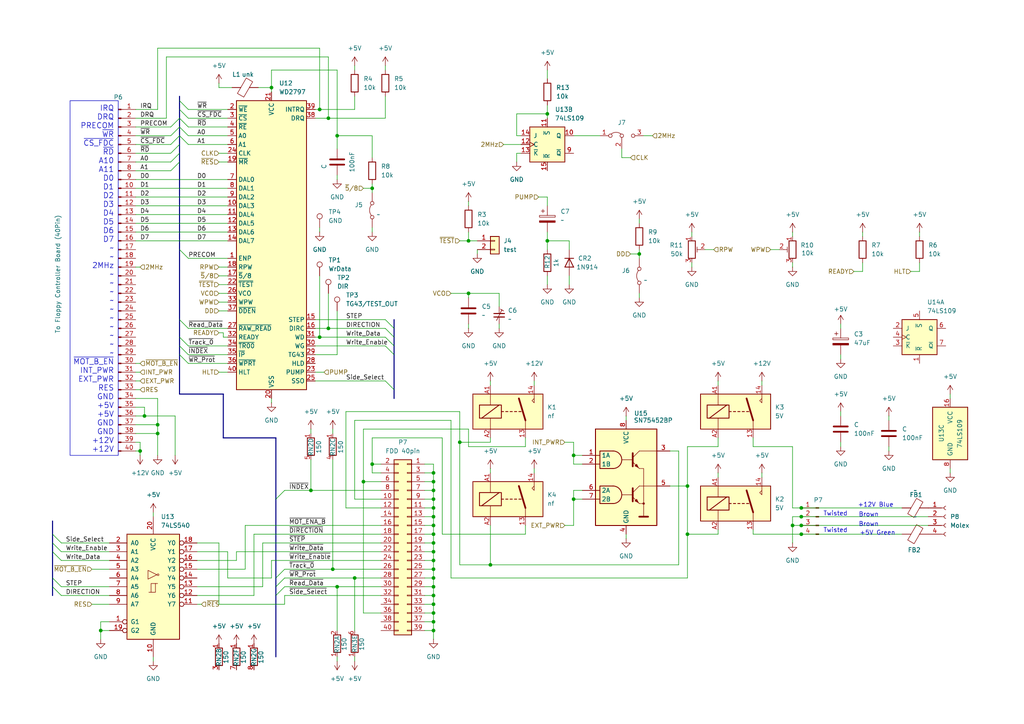
<source format=kicad_sch>
(kicad_sch (version 20231120) (generator "eeschema") (generator_version "8.0")
  (paper "A4")
  (title_block (company "JDat aka YL3AKC"))
  (junction (at 125.73 167.64))
  (junction (at 229.87 152.4))
  (junction (at 95.25 34.29))
  (junction (at 45.72 125.73))
  (junction (at 97.79 170.18))
  (junction (at 125.73 182.88))
  (junction (at 125.73 162.56))
  (junction (at 125.73 149.86))
  (junction (at 125.73 144.78))
  (junction (at 125.73 139.7))
  (junction (at 125.73 177.8))
  (junction (at 45.72 123.19))
  (junction (at 97.79 39.37))
  (junction (at 95.25 95.25))
  (junction (at 166.37 132.08))
  (junction (at 105.41 139.7))
  (junction (at 199.39 140.97))
  (junction (at 107.95 54.61))
  (junction (at 40.64 130.81))
  (junction (at 29.21 182.88))
  (junction (at 232.41 152.4))
  (junction (at 158.75 33.02))
  (junction (at 199.39 154.94))
  (junction (at 166.37 144.78))
  (junction (at 125.73 160.02))
  (junction (at 90.17 142.24))
  (junction (at 232.41 149.86))
  (junction (at 125.73 157.48))
  (junction (at 78.74 25.4))
  (junction (at 96.52 165.1))
  (junction (at 125.73 180.34))
  (junction (at 133.35 128.27))
  (junction (at 92.71 97.79))
  (junction (at 125.73 165.1))
  (junction (at 107.95 134.62))
  (junction (at 232.41 154.94))
  (junction (at 125.73 172.72))
  (junction (at 102.87 167.64))
  (junction (at 135.89 69.85))
  (junction (at 92.71 31.75))
  (junction (at 185.42 73.66))
  (junction (at 232.41 147.32))
  (junction (at 125.73 152.4))
  (junction (at 125.73 175.26))
  (junction (at 125.73 147.32))
  (junction (at 135.89 85.09))
  (junction (at 41.91 120.65))
  (junction (at 125.73 137.16))
  (junction (at 125.73 154.94))
  (junction (at 125.73 142.24))
  (junction (at 142.24 163.83))
  (junction (at 125.73 170.18))
  (junction (at 158.75 69.85))
  (bus_entry (at 49.53 41.91) (size 2.54 -2.54))
  (bus_entry (at 80.01 170.18) (size 2.54 -2.54))
  (bus_entry (at 15.24 160.02) (size 2.54 2.54))
  (bus_entry (at 15.24 154.94) (size 2.54 2.54))
  (bus_entry (at 49.53 36.83) (size 2.54 -2.54))
  (bus_entry (at 15.24 167.64) (size 2.54 2.54))
  (bus_entry (at 49.53 49.53) (size 2.54 -2.54))
  (bus_entry (at 49.53 44.45) (size 2.54 -2.54))
  (bus_entry (at 52.07 92.71) (size 2.54 2.54))
  (bus_entry (at 15.24 157.48) (size 2.54 2.54))
  (bus_entry (at 52.07 72.39) (size 2.54 2.54))
  (bus_entry (at 52.07 100.33) (size 2.54 2.54))
  (bus_entry (at 111.76 92.71) (size 2.54 2.54))
  (bus_entry (at 111.76 97.79) (size 2.54 2.54))
  (bus_entry (at 52.07 97.79) (size 2.54 2.54))
  (bus_entry (at 49.53 39.37) (size 2.54 -2.54))
  (bus_entry (at 49.53 46.99) (size 2.54 -2.54))
  (bus_entry (at 80.01 167.64) (size 2.54 -2.54))
  (bus_entry (at 111.76 110.49) (size 2.54 2.54))
  (bus_entry (at 52.07 31.75) (size 2.54 2.54))
  (bus_entry (at 52.07 29.21) (size 2.54 2.54))
  (bus_entry (at 52.07 39.37) (size 2.54 2.54))
  (bus_entry (at 80.01 144.78) (size 2.54 -2.54))
  (bus_entry (at 111.76 95.25) (size 2.54 2.54))
  (bus_entry (at 52.07 34.29) (size 2.54 2.54))
  (bus_entry (at 52.07 102.87) (size 2.54 2.54))
  (bus_entry (at 52.07 36.83) (size 2.54 2.54))
  (bus_entry (at 80.01 172.72) (size 2.54 -2.54))
  (bus_entry (at 15.24 170.18) (size 2.54 2.54))
  (bus_entry (at 111.76 100.33) (size 2.54 2.54))
  (wire (pts (xy 151.13 44.45) (xy 149.86 44.45)))
  (wire (pts (xy 166.37 142.24) (xy 168.91 142.24)))
  (bus (pts (xy 52.07 41.91) (xy 52.07 44.45)))
  (wire (pts (xy 54.61 41.91) (xy 66.04 41.91)))
  (wire (pts (xy 208.28 110.49) (xy 208.28 111.76)))
  (wire (pts (xy 123.19 152.4) (xy 125.73 152.4)))
  (wire (pts (xy 107.95 54.61) (xy 107.95 55.88)))
  (wire (pts (xy 243.84 104.14) (xy 243.84 102.87)))
  (wire (pts (xy 50.8 120.65) (xy 50.8 132.08)))
  (wire (pts (xy 107.95 134.62) (xy 110.49 134.62)))
  (wire (pts (xy 135.89 85.09) (xy 144.78 85.09)))
  (wire (pts (xy 149.86 44.45) (xy 149.86 46.99)))
  (bus (pts (xy 52.07 34.29) (xy 52.07 36.83)))
  (wire (pts (xy 102.87 167.64) (xy 110.49 167.64)))
  (wire (pts (xy 54.61 39.37) (xy 66.04 39.37)))
  (wire (pts (xy 264.16 78.74) (xy 266.7 78.74)))
  (wire (pts (xy 74.93 25.4) (xy 78.74 25.4)))
  (wire (pts (xy 48.26 16.51) (xy 95.25 16.51)))
  (wire (pts (xy 107.95 67.31) (xy 107.95 66.04)))
  (wire (pts (xy 229.87 152.4) (xy 232.41 152.4)))
  (bus (pts (xy 114.3 95.25) (xy 114.3 97.79)))
  (wire (pts (xy 63.5 85.09) (xy 66.04 85.09)))
  (wire (pts (xy 135.89 69.85) (xy 138.43 69.85)))
  (wire (pts (xy 185.42 63.5) (xy 185.42 64.77)))
  (wire (pts (xy 275.59 115.57) (xy 275.59 114.3)))
  (wire (pts (xy 125.73 137.16) (xy 125.73 139.7)))
  (wire (pts (xy 39.37 128.27) (xy 40.64 128.27)))
  (wire (pts (xy 73.66 172.72) (xy 73.66 154.94)))
  (wire (pts (xy 152.4 127) (xy 152.4 129.54)))
  (wire (pts (xy 63.5 96.52) (xy 64.77 96.52)))
  (wire (pts (xy 39.37 41.91) (xy 49.53 41.91)))
  (wire (pts (xy 45.72 115.57) (xy 45.72 123.19)))
  (wire (pts (xy 125.73 134.62) (xy 125.73 137.16)))
  (wire (pts (xy 125.73 154.94) (xy 125.73 157.48)))
  (wire (pts (xy 208.28 154.94) (xy 199.39 154.94)))
  (wire (pts (xy 208.28 129.54) (xy 208.28 127)))
  (wire (pts (xy 218.44 154.94) (xy 218.44 153.67)))
  (wire (pts (xy 123.19 160.02) (xy 125.73 160.02)))
  (wire (pts (xy 151.13 39.37) (xy 149.86 39.37)))
  (wire (pts (xy 196.85 163.83) (xy 142.24 163.83)))
  (wire (pts (xy 165.1 80.01) (xy 165.1 82.55)))
  (wire (pts (xy 185.42 73.66) (xy 185.42 74.93)))
  (wire (pts (xy 135.89 129.54) (xy 135.89 124.46)))
  (wire (pts (xy 66.04 97.79) (xy 64.77 97.79)))
  (wire (pts (xy 200.66 77.47) (xy 200.66 76.2)))
  (wire (pts (xy 110.49 177.8) (xy 105.41 177.8)))
  (wire (pts (xy 135.89 124.46) (xy 105.41 124.46)))
  (bus (pts (xy 114.3 100.33) (xy 114.3 102.87)))
  (bus (pts (xy 52.07 97.79) (xy 52.07 100.33)))
  (wire (pts (xy 39.37 46.99) (xy 49.53 46.99)))
  (wire (pts (xy 91.44 100.33) (xy 111.76 100.33)))
  (wire (pts (xy 123.19 134.62) (xy 125.73 134.62)))
  (wire (pts (xy 133.35 128.27) (xy 133.35 163.83)))
  (wire (pts (xy 17.78 170.18) (xy 31.75 170.18)))
  (wire (pts (xy 247.65 78.74) (xy 250.19 78.74)))
  (wire (pts (xy 123.19 165.1) (xy 125.73 165.1)))
  (wire (pts (xy 63.5 46.99) (xy 66.04 46.99)))
  (wire (pts (xy 102.87 27.94) (xy 102.87 31.75)))
  (wire (pts (xy 125.73 172.72) (xy 125.73 175.26)))
  (wire (pts (xy 123.19 144.78) (xy 125.73 144.78)))
  (wire (pts (xy 78.74 162.56) (xy 110.49 162.56)))
  (bus (pts (xy 80.01 167.64) (xy 80.01 170.18)))
  (bus (pts (xy 52.07 102.87) (xy 52.07 114.3)))
  (wire (pts (xy 40.64 130.81) (xy 40.64 132.08)))
  (wire (pts (xy 91.44 92.71) (xy 111.76 92.71)))
  (wire (pts (xy 163.83 152.4) (xy 166.37 152.4)))
  (wire (pts (xy 125.73 149.86) (xy 125.73 152.4)))
  (wire (pts (xy 63.5 77.47) (xy 66.04 77.47)))
  (wire (pts (xy 105.41 139.7) (xy 110.49 139.7)))
  (wire (pts (xy 105.41 124.46) (xy 105.41 139.7)))
  (wire (pts (xy 82.55 142.24) (xy 90.17 142.24)))
  (wire (pts (xy 229.87 129.54) (xy 218.44 129.54)))
  (wire (pts (xy 82.55 165.1) (xy 96.52 165.1)))
  (wire (pts (xy 123.19 147.32) (xy 125.73 147.32)))
  (wire (pts (xy 144.78 85.09) (xy 144.78 88.9)))
  (wire (pts (xy 123.19 180.34) (xy 125.73 180.34)))
  (wire (pts (xy 17.78 160.02) (xy 31.75 160.02)))
  (wire (pts (xy 194.31 140.97) (xy 199.39 140.97)))
  (wire (pts (xy 40.64 128.27) (xy 40.64 130.81)))
  (wire (pts (xy 229.87 147.32) (xy 229.87 129.54)))
  (wire (pts (xy 57.15 172.72) (xy 73.66 172.72)))
  (wire (pts (xy 125.73 177.8) (xy 125.73 180.34)))
  (wire (pts (xy 154.94 135.89) (xy 154.94 137.16)))
  (wire (pts (xy 91.44 110.49) (xy 111.76 110.49)))
  (wire (pts (xy 107.95 53.34) (xy 107.95 54.61)))
  (wire (pts (xy 97.79 39.37) (xy 97.79 20.32)))
  (wire (pts (xy 158.75 69.85) (xy 165.1 69.85)))
  (wire (pts (xy 102.87 191.77) (xy 102.87 190.5)))
  (wire (pts (xy 152.4 152.4) (xy 152.4 154.94)))
  (wire (pts (xy 243.84 119.38) (xy 243.84 120.65)))
  (bus (pts (xy 15.24 154.94) (xy 15.24 157.48)))
  (wire (pts (xy 97.79 52.07) (xy 97.79 50.8)))
  (wire (pts (xy 57.15 162.56) (xy 68.58 162.56)))
  (wire (pts (xy 158.75 33.02) (xy 158.75 34.29)))
  (wire (pts (xy 218.44 127) (xy 218.44 129.54)))
  (wire (pts (xy 39.37 59.69) (xy 66.04 59.69)))
  (wire (pts (xy 125.73 182.88) (xy 125.73 185.42)))
  (wire (pts (xy 92.71 13.97) (xy 92.71 31.75)))
  (wire (pts (xy 54.61 95.25) (xy 66.04 95.25)))
  (wire (pts (xy 229.87 67.31) (xy 229.87 68.58)))
  (wire (pts (xy 243.84 93.98) (xy 243.84 95.25)))
  (wire (pts (xy 142.24 135.89) (xy 142.24 137.16)))
  (wire (pts (xy 266.7 78.74) (xy 266.7 76.2)))
  (wire (pts (xy 100.33 147.32) (xy 110.49 147.32)))
  (wire (pts (xy 39.37 115.57) (xy 45.72 115.57)))
  (wire (pts (xy 135.89 67.31) (xy 135.89 69.85)))
  (wire (pts (xy 68.58 160.02) (xy 110.49 160.02)))
  (wire (pts (xy 68.58 162.56) (xy 68.58 160.02)))
  (wire (pts (xy 57.15 160.02) (xy 66.04 160.02)))
  (wire (pts (xy 257.81 120.65) (xy 257.81 121.92)))
  (wire (pts (xy 125.73 175.26) (xy 125.73 177.8)))
  (wire (pts (xy 90.17 133.35) (xy 90.17 142.24)))
  (wire (pts (xy 39.37 64.77) (xy 66.04 64.77)))
  (wire (pts (xy 45.72 125.73) (xy 45.72 123.19)))
  (wire (pts (xy 97.79 170.18) (xy 110.49 170.18)))
  (wire (pts (xy 54.61 102.87) (xy 66.04 102.87)))
  (wire (pts (xy 133.35 119.38) (xy 100.33 119.38)))
  (wire (pts (xy 96.52 124.46) (xy 96.52 125.73)))
  (wire (pts (xy 97.79 39.37) (xy 97.79 43.18)))
  (wire (pts (xy 166.37 134.62) (xy 166.37 132.08)))
  (wire (pts (xy 92.71 97.79) (xy 111.76 97.79)))
  (wire (pts (xy 39.37 62.23) (xy 66.04 62.23)))
  (wire (pts (xy 229.87 157.48) (xy 229.87 152.4)))
  (wire (pts (xy 133.35 128.27) (xy 133.35 119.38)))
  (wire (pts (xy 92.71 31.75) (xy 91.44 31.75)))
  (wire (pts (xy 110.49 152.4) (xy 71.12 152.4)))
  (wire (pts (xy 26.67 175.26) (xy 31.75 175.26)))
  (wire (pts (xy 91.44 107.95) (xy 93.98 107.95)))
  (wire (pts (xy 92.71 31.75) (xy 102.87 31.75)))
  (wire (pts (xy 123.19 182.88) (xy 125.73 182.88)))
  (wire (pts (xy 39.37 52.07) (xy 66.04 52.07)))
  (wire (pts (xy 229.87 152.4) (xy 229.87 149.86)))
  (wire (pts (xy 95.25 95.25) (xy 111.76 95.25)))
  (bus (pts (xy 64.77 114.3) (xy 64.77 127)))
  (wire (pts (xy 90.17 124.46) (xy 90.17 125.73)))
  (wire (pts (xy 125.73 170.18) (xy 125.73 172.72)))
  (wire (pts (xy 44.45 191.77) (xy 44.45 190.5)))
  (wire (pts (xy 102.87 144.78) (xy 110.49 144.78)))
  (wire (pts (xy 95.25 34.29) (xy 91.44 34.29)))
  (wire (pts (xy 63.5 25.4) (xy 63.5 24.13)))
  (wire (pts (xy 123.19 139.7) (xy 125.73 139.7)))
  (wire (pts (xy 128.27 127) (xy 107.95 127)))
  (wire (pts (xy 95.25 16.51) (xy 95.25 34.29)))
  (wire (pts (xy 54.61 100.33) (xy 66.04 100.33)))
  (wire (pts (xy 96.52 165.1) (xy 110.49 165.1)))
  (wire (pts (xy 123.19 149.86) (xy 125.73 149.86)))
  (wire (pts (xy 208.28 153.67) (xy 208.28 154.94)))
  (wire (pts (xy 130.81 85.09) (xy 135.89 85.09)))
  (wire (pts (xy 78.74 116.84) (xy 78.74 115.57)))
  (wire (pts (xy 123.19 175.26) (xy 125.73 175.26)))
  (wire (pts (xy 257.81 130.81) (xy 257.81 129.54)))
  (bus (pts (xy 52.07 100.33) (xy 52.07 102.87)))
  (wire (pts (xy 78.74 167.64) (xy 78.74 162.56)))
  (wire (pts (xy 125.73 139.7) (xy 125.73 142.24)))
  (bus (pts (xy 52.07 36.83) (xy 52.07 39.37)))
  (wire (pts (xy 125.73 160.02) (xy 125.73 162.56)))
  (wire (pts (xy 207.01 72.39) (xy 204.47 72.39)))
  (wire (pts (xy 181.61 120.65) (xy 181.61 121.92)))
  (bus (pts (xy 52.07 44.45) (xy 52.07 46.99)))
  (wire (pts (xy 168.91 144.78) (xy 166.37 144.78)))
  (wire (pts (xy 199.39 167.64) (xy 130.81 167.64)))
  (wire (pts (xy 133.35 128.27) (xy 142.24 128.27)))
  (wire (pts (xy 220.98 137.16) (xy 220.98 138.43)))
  (wire (pts (xy 97.79 20.32) (xy 78.74 20.32)))
  (wire (pts (xy 199.39 154.94) (xy 199.39 167.64)))
  (wire (pts (xy 105.41 54.61) (xy 107.95 54.61)))
  (wire (pts (xy 200.66 67.31) (xy 200.66 68.58)))
  (wire (pts (xy 31.75 180.34) (xy 29.21 180.34)))
  (wire (pts (xy 63.5 82.55) (xy 66.04 82.55)))
  (bus (pts (xy 80.01 172.72) (xy 80.01 190.5)))
  (wire (pts (xy 123.19 154.94) (xy 125.73 154.94)))
  (bus (pts (xy 52.07 39.37) (xy 52.07 41.91)))
  (wire (pts (xy 158.75 69.85) (xy 158.75 72.39)))
  (wire (pts (xy 125.73 165.1) (xy 125.73 167.64)))
  (bus (pts (xy 15.24 170.18) (xy 15.24 172.72)))
  (wire (pts (xy 39.37 110.49) (xy 40.64 110.49)))
  (wire (pts (xy 97.79 102.87) (xy 97.79 90.17)))
  (wire (pts (xy 63.5 80.01) (xy 66.04 80.01)))
  (wire (pts (xy 39.37 120.65) (xy 41.91 120.65)))
  (wire (pts (xy 229.87 77.47) (xy 229.87 76.2)))
  (wire (pts (xy 67.31 25.4) (xy 63.5 25.4)))
  (wire (pts (xy 78.74 20.32) (xy 78.74 25.4)))
  (wire (pts (xy 92.71 80.01) (xy 92.71 97.79)))
  (wire (pts (xy 82.55 167.64) (xy 102.87 167.64)))
  (wire (pts (xy 76.2 170.18) (xy 76.2 157.48)))
  (wire (pts (xy 31.75 182.88) (xy 29.21 182.88)))
  (wire (pts (xy 123.19 162.56) (xy 125.73 162.56)))
  (wire (pts (xy 166.37 144.78) (xy 166.37 142.24)))
  (wire (pts (xy 123.19 172.72) (xy 125.73 172.72)))
  (wire (pts (xy 54.61 105.41) (xy 66.04 105.41)))
  (wire (pts (xy 208.28 137.16) (xy 208.28 138.43)))
  (wire (pts (xy 107.95 137.16) (xy 107.95 134.62)))
  (bus (pts (xy 114.3 97.79) (xy 114.3 100.33)))
  (wire (pts (xy 154.94 110.49) (xy 154.94 111.76)))
  (wire (pts (xy 39.37 105.41) (xy 40.64 105.41)))
  (wire (pts (xy 102.87 121.92) (xy 102.87 144.78)))
  (wire (pts (xy 218.44 154.94) (xy 232.41 154.94)))
  (wire (pts (xy 29.21 180.34) (xy 29.21 182.88)))
  (wire (pts (xy 107.95 127) (xy 107.95 134.62)))
  (wire (pts (xy 130.81 121.92) (xy 102.87 121.92)))
  (wire (pts (xy 123.19 137.16) (xy 125.73 137.16)))
  (wire (pts (xy 229.87 149.86) (xy 232.41 149.86)))
  (wire (pts (xy 91.44 97.79) (xy 92.71 97.79)))
  (wire (pts (xy 158.75 80.01) (xy 158.75 82.55)))
  (wire (pts (xy 82.55 172.72) (xy 82.55 175.26)))
  (wire (pts (xy 39.37 125.73) (xy 45.72 125.73)))
  (wire (pts (xy 63.5 175.26) (xy 63.5 157.48)))
  (wire (pts (xy 17.78 157.48) (xy 31.75 157.48)))
  (wire (pts (xy 39.37 107.95) (xy 40.64 107.95)))
  (wire (pts (xy 63.5 90.17) (xy 66.04 90.17)))
  (wire (pts (xy 166.37 144.78) (xy 166.37 152.4)))
  (wire (pts (xy 133.35 69.85) (xy 135.89 69.85)))
  (wire (pts (xy 91.44 102.87) (xy 97.79 102.87)))
  (bus (pts (xy 80.01 144.78) (xy 80.01 167.64)))
  (wire (pts (xy 41.91 120.65) (xy 50.8 120.65)))
  (wire (pts (xy 39.37 31.75) (xy 45.72 31.75)))
  (wire (pts (xy 123.19 142.24) (xy 125.73 142.24)))
  (wire (pts (xy 82.55 175.26) (xy 63.5 175.26)))
  (wire (pts (xy 142.24 163.83) (xy 142.24 152.4)))
  (wire (pts (xy 123.19 177.8) (xy 125.73 177.8)))
  (wire (pts (xy 39.37 57.15) (xy 66.04 57.15)))
  (wire (pts (xy 45.72 31.75) (xy 45.72 13.97)))
  (wire (pts (xy 41.91 118.11) (xy 41.91 120.65)))
  (wire (pts (xy 54.61 74.93) (xy 66.04 74.93)))
  (wire (pts (xy 130.81 167.64) (xy 130.81 121.92)))
  (wire (pts (xy 57.15 175.26) (xy 58.42 175.26)))
  (wire (pts (xy 128.27 154.94) (xy 152.4 154.94)))
  (wire (pts (xy 39.37 67.31) (xy 66.04 67.31)))
  (wire (pts (xy 107.95 39.37) (xy 97.79 39.37)))
  (wire (pts (xy 199.39 140.97) (xy 199.39 129.54)))
  (wire (pts (xy 111.76 19.05) (xy 111.76 20.32)))
  (bus (pts (xy 15.24 167.64) (xy 15.24 170.18)))
  (wire (pts (xy 135.89 129.54) (xy 152.4 129.54)))
  (wire (pts (xy 110.49 172.72) (xy 82.55 172.72)))
  (wire (pts (xy 158.75 57.15) (xy 158.75 59.69)))
  (wire (pts (xy 125.73 180.34) (xy 125.73 182.88)))
  (wire (pts (xy 91.44 95.25) (xy 95.25 95.25)))
  (wire (pts (xy 166.37 128.27) (xy 166.37 132.08)))
  (wire (pts (xy 232.41 154.94) (xy 261.62 154.94)))
  (wire (pts (xy 39.37 49.53) (xy 49.53 49.53)))
  (wire (pts (xy 95.25 34.29) (xy 111.76 34.29)))
  (wire (pts (xy 54.61 36.83) (xy 66.04 36.83)))
  (bus (pts (xy 114.3 92.71) (xy 114.3 95.25)))
  (wire (pts (xy 39.37 130.81) (xy 40.64 130.81)))
  (wire (pts (xy 232.41 147.32) (xy 261.62 147.32)))
  (wire (pts (xy 17.78 172.72) (xy 31.75 172.72)))
  (wire (pts (xy 97.79 191.77) (xy 97.79 190.5)))
  (wire (pts (xy 123.19 157.48) (xy 125.73 157.48)))
  (bus (pts (xy 114.3 102.87) (xy 114.3 113.03)))
  (wire (pts (xy 45.72 132.08) (xy 45.72 125.73)))
  (wire (pts (xy 125.73 157.48) (xy 125.73 160.02)))
  (wire (pts (xy 149.86 33.02) (xy 158.75 33.02)))
  (wire (pts (xy 71.12 152.4) (xy 71.12 165.1)))
  (wire (pts (xy 185.42 86.36) (xy 185.42 85.09)))
  (wire (pts (xy 63.5 107.95) (xy 66.04 107.95)))
  (wire (pts (xy 105.41 139.7) (xy 105.41 177.8)))
  (wire (pts (xy 39.37 118.11) (xy 41.91 118.11)))
  (wire (pts (xy 39.37 34.29) (xy 48.26 34.29)))
  (wire (pts (xy 64.77 97.79) (xy 64.77 96.52)))
  (wire (pts (xy 165.1 72.39) (xy 165.1 69.85)))
  (wire (pts (xy 275.59 137.16) (xy 275.59 135.89)))
  (wire (pts (xy 39.37 123.19) (xy 45.72 123.19)))
  (wire (pts (xy 76.2 157.48) (xy 110.49 157.48)))
  (wire (pts (xy 135.89 86.36) (xy 135.89 85.09)))
  (wire (pts (xy 144.78 95.25) (xy 144.78 93.98)))
  (wire (pts (xy 196.85 130.81) (xy 196.85 163.83)))
  (wire (pts (xy 158.75 30.48) (xy 158.75 33.02)))
  (wire (pts (xy 73.66 154.94) (xy 110.49 154.94)))
  (wire (pts (xy 243.84 129.54) (xy 243.84 128.27)))
  (wire (pts (xy 100.33 119.38) (xy 100.33 147.32)))
  (wire (pts (xy 102.87 20.32) (xy 102.87 19.05)))
  (wire (pts (xy 186.69 39.37) (xy 189.23 39.37)))
  (wire (pts (xy 220.98 110.49) (xy 220.98 111.76)))
  (wire (pts (xy 102.87 167.64) (xy 102.87 182.88)))
  (wire (pts (xy 111.76 27.94) (xy 111.76 34.29)))
  (bus (pts (xy 64.77 127) (xy 80.01 127)))
  (bus (pts (xy 52.07 92.71) (xy 52.07 97.79)))
  (wire (pts (xy 57.15 170.18) (xy 76.2 170.18)))
  (bus (pts (xy 80.01 170.18) (xy 80.01 172.72)))
  (bus (pts (xy 52.07 27.94) (xy 52.07 29.21)))
  (bus (pts (xy 52.07 29.21) (xy 52.07 31.75)))
  (wire (pts (xy 156.21 57.15) (xy 158.75 57.15)))
  (wire (pts (xy 39.37 113.03) (xy 40.64 113.03)))
  (wire (pts (xy 199.39 129.54) (xy 208.28 129.54)))
  (wire (pts (xy 232.41 152.4) (xy 269.24 152.4)))
  (wire (pts (xy 57.15 157.48) (xy 63.5 157.48)))
  (wire (pts (xy 125.73 152.4) (xy 125.73 154.94)))
  (wire (pts (xy 128.27 154.94) (xy 128.27 127)))
  (wire (pts (xy 96.52 133.35) (xy 96.52 165.1)))
  (wire (pts (xy 158.75 67.31) (xy 158.75 69.85)))
  (wire (pts (xy 138.43 72.39) (xy 138.43 73.66)))
  (wire (pts (xy 66.04 160.02) (xy 66.04 167.64)))
  (wire (pts (xy 92.71 66.04) (xy 92.71 67.31)))
  (wire (pts (xy 63.5 44.45) (xy 66.04 44.45)))
  (wire (pts (xy 82.55 170.18) (xy 97.79 170.18)))
  (wire (pts (xy 125.73 142.24) (xy 125.73 144.78)))
  (wire (pts (xy 168.91 134.62) (xy 166.37 134.62)))
  (bus (pts (xy 52.07 72.39) (xy 52.07 92.71)))
  (wire (pts (xy 146.05 41.91) (xy 151.13 41.91)))
  (wire (pts (xy 17.78 162.56) (xy 31.75 162.56)))
  (wire (pts (xy 232.41 149.86) (xy 269.24 149.86)))
  (wire (pts (xy 266.7 67.31) (xy 266.7 68.58)))
  (wire (pts (xy 250.19 67.31) (xy 250.19 68.58)))
  (wire (pts (xy 45.72 13.97) (xy 92.71 13.97)))
  (wire (pts (xy 78.74 25.4) (xy 78.74 26.67)))
  (wire (pts (xy 181.61 156.21) (xy 181.61 154.94)))
  (wire (pts (xy 54.61 31.75) (xy 66.04 31.75)))
  (wire (pts (xy 39.37 69.85) (xy 66.04 69.85)))
  (wire (pts (xy 39.37 44.45) (xy 49.53 44.45)))
  (wire (pts (xy 158.75 20.32) (xy 158.75 22.86)))
  (bus (pts (xy 52.07 46.99) (xy 52.07 72.39)))
  (wire (pts (xy 194.31 130.81) (xy 196.85 130.81)))
  (wire (pts (xy 135.89 93.98) (xy 135.89 95.25)))
  (wire (pts (xy 110.49 137.16) (xy 107.95 137.16)))
  (bus (pts (xy 15.24 151.13) (xy 15.24 154.94)))
  (wire (pts (xy 95.25 85.09) (xy 95.25 95.25)))
  (bus (pts (xy 15.24 157.48) (xy 15.24 160.02)))
  (wire (pts (xy 125.73 167.64) (xy 125.73 170.18)))
  (wire (pts (xy 97.79 170.18) (xy 97.79 182.88)))
  (wire (pts (xy 149.86 39.37) (xy 149.86 33.02)))
  (wire (pts (xy 39.37 54.61) (xy 66.04 54.61)))
  (wire (pts (xy 163.83 128.27) (xy 166.37 128.27)))
  (wire (pts (xy 125.73 147.32) (xy 125.73 149.86)))
  (wire (pts (xy 107.95 39.37) (xy 107.95 45.72)))
  (wire (pts (xy 250.19 78.74) (xy 250.19 76.2)))
  (wire (pts (xy 123.19 167.64) (xy 125.73 167.64)))
  (wire (pts (xy 71.12 165.1) (xy 57.15 165.1)))
  (wire (pts (xy 66.04 167.64) (xy 78.74 167.64)))
  (bus (pts (xy 15.24 160.02) (xy 15.24 167.64)))
  (wire (pts (xy 180.34 45.72) (xy 180.34 43.18)))
  (wire (pts (xy 185.42 72.39) (xy 185.42 73.66)))
  (wire (pts (xy 166.37 39.37) (xy 173.99 39.37)))
  (wire (pts (xy 39.37 36.83) (xy 49.53 36.83)))
  (wire (pts (xy 182.88 73.66) (xy 185.42 73.66)))
  (wire (pts (xy 223.52 72.39) (xy 226.06 72.39)))
  (wire (pts (xy 39.37 39.37) (xy 49.53 39.37)))
  (bus (pts (xy 52.07 114.3) (xy 64.77 114.3)))
  (bus (pts (xy 114.3 113.03) (xy 114.3 115.57)))
  (wire (pts (xy 26.67 165.1) (xy 31.75 165.1)))
  (wire (pts (xy 125.73 144.78) (xy 125.73 147.32)))
  (wire (pts (xy 123.19 170.18) (xy 125.73 170.18)))
  (wire (pts (xy 135.89 58.42) (xy 135.89 59.69)))
  (wire (pts (xy 48.26 34.29) (xy 48.26 16.51)))
  (wire (pts (xy 44.45 148.59) (xy 44.45 149.86)))
  (wire (pts (xy 90.17 142.24) (xy 110.49 142.24)))
  (wire (pts (xy 54.61 34.29) (xy 66.04 34.29)))
  (wire (pts (xy 199.39 140.97) (xy 199.39 154.94)))
  (wire (pts (xy 229.87 147.32) (xy 232.41 147.32)))
  (bus (pts (xy 52.07 31.75) (xy 52.07 34.29)))
  (wire (pts (xy 142.24 127) (xy 142.24 128.27)))
  (wire (pts (xy 182.88 45.72) (xy 180.34 45.72)))
  (wire (pts (xy 166.37 132.08) (xy 168.91 132.08)))
  (bus (pts (xy 80.01 127) (xy 80.01 144.78)))
  (wire (pts (xy 63.5 87.63) (xy 66.04 87.63)))
  (wire (pts (xy 29.21 182.88) (xy 29.21 185.42)))
  (wire (pts (xy 142.24 110.49) (xy 142.24 111.76)))
  (wire (pts (xy 39.37 77.47) (xy 40.64 77.47)))
  (wire (pts (xy 133.35 163.83) (xy 142.24 163.83)))
  (wire (pts (xy 125.73 162.56) (xy 125.73 165.1)))
  (text_box "IRQ\nDRQ\nPRECOM\n~{WR}\n~{CS_FDC}\n~{RD}\nA10\nA11\nD0\nD1\nD2\nD3\nD4\nD5\nD6\nD7\n~\n~\n2MHz\n~\n~\n~\n~\n~\n~\n~\n~\n~\n~\n~{MOT_B_EN}\nINT_PWR\nEXT_PWR\nRES\nGND\n+5V\n+5V\nGND\nGND\n+12V\n+12V\n" (at 20.32 29.21 0) (size 13.97 102.87) (effects (font (size 1.5748 1.5748)) (justify right top)))
  (text "Brown" (at 251.968 149.352 0) (effects (font (size 1.27 1.27))))
  (text "Brown" (at 251.968 152.146 0) (effects (font (size 1.27 1.27))))
  (text "+12V Blue" (at 254 146.558 0) (effects (font (size 1.27 1.27))))
  (text "+5V Green" (at 254.508 154.686 0) (effects (font (size 1.27 1.27))))
  (text "Twisted" (at 242.316 149.098 0) (effects (font (size 1.27 1.27))))
  (text "Twisted" (at 242.316 153.924 0) (effects (font (size 1.27 1.27))))
  (label "~{WR}" (at 40.64 39.37 0))
  (label "~{RD}" (at 57.15 36.83 0))
  (label "~{Track_0}" (at 54.61 100.33 0))
  (label "D2" (at 57.15 57.15 0))
  (label "D1" (at 40.64 54.61 0))
  (label "D4" (at 40.64 62.23 0))
  (label "PRECOM" (at 54.61 74.93 0))
  (label "D5" (at 40.64 64.77 0))
  (label "~{Write_Enable}" (at 83.82 162.56 0))
  (label "STEP" (at 19.05 170.18 0))
  (label "~{Read_Data}" (at 54.61 95.25 0))
  (label "~{Side_Select}" (at 83.82 172.72 0))
  (label "~{CS_FDC}" (at 57.15 34.29 0))
  (label "Write_Data" (at 19.05 162.56 0))
  (label "DRQ" (at 40.64 34.29 0))
  (label "~{CS_FDC}" (at 40.64 41.91 0))
  (label "D1" (at 57.15 54.61 0))
  (label "D3" (at 57.15 59.69 0))
  (label "~{Track_0}" (at 83.82 165.1 0))
  (label "IRQ" (at 40.64 31.75 0))
  (label "A0" (at 57.15 39.37 0))
  (label "D5" (at 57.15 64.77 0))
  (label "Write_Enable" (at 100.33 100.33 0))
  (label "D7" (at 57.15 69.85 0))
  (label "D2" (at 40.64 57.15 0))
  (label "~{MOT_ENA_B}" (at 83.82 152.4 0))
  (label "D0" (at 40.64 52.07 0))
  (label "A1" (at 40.64 49.53 0))
  (label "STEP" (at 100.33 92.71 0))
  (label "~{STEP}" (at 83.82 157.48 0))
  (label "D6" (at 57.15 67.31 0))
  (label "Write_Data" (at 100.33 97.79 0))
  (label "~{WR_Prot}" (at 83.82 167.64 0))
  (label "~{WR_Prot}" (at 54.61 105.41 0))
  (label "Side_Select" (at 19.05 157.48 0))
  (label "~{Write_Data}" (at 83.82 160.02 0))
  (label "Side_Select" (at 100.33 110.49 0))
  (label "~{Read_Data}" (at 83.82 170.18 0))
  (label "D7" (at 40.64 69.85 0))
  (label "D6" (at 40.64 67.31 0))
  (label "~{INDEX}" (at 54.61 102.87 0))
  (label "~{DIRECTION}" (at 83.82 154.94 0))
  (label "D4" (at 57.15 62.23 0))
  (label "~{RD}" (at 40.64 44.45 0))
  (label "~{INDEX}" (at 83.82 142.24 0))
  (label "A1" (at 57.15 41.91 0))
  (label "DIRECTION" (at 100.33 95.25 0))
  (label "PRECOM" (at 40.64 36.83 0))
  (label "D3" (at 40.64 59.69 0))
  (label "Write_Enable" (at 19.05 160.02 0))
  (label "~{WR}" (at 57.15 31.75 0))
  (label "DIRECTION" (at 19.05 172.72 0))
  (label "A0" (at 40.64 46.99 0))
  (label "D0" (at 57.15 52.07 0))
  (hierarchical_label "2MHz" (shape input) (at 40.64 77.47 0))
  (hierarchical_label "~{MOT_B_EN}" (shape input) (at 26.67 165.1 180))
  (hierarchical_label "READY" (shape input) (at 63.5 96.52 180))
  (hierarchical_label "~{TEST}" (shape input) (at 63.5 82.55 180))
  (hierarchical_label "INT_PWR" (shape input) (at 40.64 107.95 0))
  (hierarchical_label "~{RES}" (shape input) (at 63.5 46.99 180))
  (hierarchical_label "WPW" (shape input) (at 63.5 87.63 180))
  (hierarchical_label "2MHz" (shape input) (at 189.23 39.37 0))
  (hierarchical_label "~{5}{slash}8" (shape input) (at 105.41 54.61 180))
  (hierarchical_label "RES" (shape input) (at 26.67 175.26 180))
  (hierarchical_label "RPW" (shape input) (at 207.01 72.39 0))
  (hierarchical_label "RES" (shape input) (at 40.64 113.03 0))
  (hierarchical_label "EXT_PWR" (shape input) (at 40.64 110.49 0))
  (hierarchical_label "READY" (shape input) (at 247.65 78.74 180))
  (hierarchical_label "CLK" (shape input) (at 63.5 44.45 180))
  (hierarchical_label "~{RES}" (shape input) (at 58.42 175.26 0))
  (hierarchical_label "~{5}{slash}8" (shape input) (at 63.5 80.01 180))
  (hierarchical_label "2MHz" (shape input) (at 146.05 41.91 180))
  (hierarchical_label "VCO" (shape input) (at 63.5 85.09 180))
  (hierarchical_label "EXT_PWR" (shape input) (at 163.83 152.4 180))
  (hierarchical_label "~{MOT_B_EN}" (shape input) (at 40.64 105.41 0))
  (hierarchical_label "~{TEST}" (shape input) (at 133.35 69.85 180))
  (hierarchical_label "WPW" (shape input) (at 223.52 72.39 180))
  (hierarchical_label "INT_PWR" (shape input) (at 163.83 128.27 180))
  (hierarchical_label "HLT" (shape input) (at 63.5 107.95 180))
  (hierarchical_label "RPW" (shape input) (at 63.5 77.47 180))
  (hierarchical_label "PUMP" (shape input) (at 93.98 107.95 0))
  (hierarchical_label "VCO" (shape input) (at 130.81 85.09 180))
  (hierarchical_label "PUMP" (shape input) (at 156.21 57.15 180))
  (hierarchical_label "CLK" (shape input) (at 182.88 45.72 0))
  (hierarchical_label "DD" (shape input) (at 63.5 90.17 180))
  (hierarchical_label "HLT" (shape input) (at 264.16 78.74 180))
  (hierarchical_label "DD" (shape input) (at 182.88 73.66 180))
  (symbol (lib_id "Device:R_Network07_Split") (at 102.87 186.69 0) (mirror x) (unit 5)
    (property "Reference" "RN3" (at 102.87 184.15 90) (effects (justify left)))
    (property "Value" "150" (at 104.902 184.912 90) (effects (justify left)))
    (property "Footprint" "Resistor_THT:R_Array_SIP8" (effects (hide yes)))
    (property "Description" "7 resistor network, star topology, bussed resistors, split" (effects (hide yes)))
  )
  (symbol (lib_id "74xx:74LS109") (at 275.59 125.73 0) (unit 3)
    (property "Reference" "U13" (at 273.05 128.27 90) (effects (justify left)))
    (property "Value" "74LS109" (at 278.384 130.048 90) (effects (justify left)))
    (property "Footprint" "Package_DIP:DIP-16_W7.62mm" (effects (hide yes)))
    (property "Datasheet" "http://www.ti.com/lit/gpn/sn74LS109" (effects (hide yes)))
    (property "Description" "Dual JK Flip-Flop, Set & Reset" (effects (hide yes)))
  )
  (symbol (lib_id "power:+5V") (at 266.7 67.31 0) (mirror y) (unit 1)
    (property "Reference" "#PWR0138" (effects (hide yes)))
    (property "Value" "+5V" (at 266.7 62.23 0))
    (property "Description" "Power symbol creates a global label with name \"+5V\"" (effects (hide yes)))
  )
  (symbol (lib_id "Timer:ICM7555xP") (at 181.61 138.43 0) (unit 1)
    (property "Reference" "U15" (at 183.896 119.888 0) (effects (justify left)))
    (property "Value" "SN75452BP" (at 183.8041 121.92 0) (effects (justify left)))
    (property "Footprint" "Package_DIP:DIP-8_W7.62mm" (effects (hide yes)))
    (property "Description" "Dual AND open collector" (effects (hide yes)))
  )
  (symbol (lib_id "power:+5V") (at 243.84 93.98 0) (unit 1)
    (property "Reference" "#PWR086" (effects (hide yes)))
    (property "Value" "+5V" (at 243.84 89.662 0))
    (property "Description" "Power symbol creates a global label with name \"+5V\"" (effects (hide yes)))
  )
  (symbol (lib_id "Device:R_Network07_Split") (at 73.66 190.5 0) (unit 7)
    (property "Reference" "RN2" (at 73.66 193.294 90) (effects (justify left)))
    (property "Value" "150" (at 75.692 192.532 90) (effects (justify left)))
    (property "Footprint" "Resistor_THT:R_Array_SIP8" (effects (hide yes)))
    (property "Description" "7 resistor network, star topology, bussed resistors, split" (effects (hide yes)))
  )
  (symbol (lib_id "Device:R") (at 158.75 76.2 0) (unit 1)
    (property "Reference" "R12" (at 158.75 77.978 90) (effects (justify left)))
    (property "Value" "1k" (at 161.29 77.4699 90) (effects (justify left)))
    (property "Footprint" "Resistor_THT:R_Axial_DIN0309_L9.0mm_D3.2mm_P12.70mm_Horizontal" (effects (hide yes)))
    (property "Description" "Resistor" (effects (hide yes)))
  )
  (symbol (lib_id "power:GND") (at 29.21 185.42 0) (unit 1)
    (property "Reference" "#PWR0121" (effects (hide yes)))
    (property "Value" "GND" (at 29.21 190.5 0))
    (property "Description" "Power symbol creates a global label with name \"GND\" , ground" (effects (hide yes)))
  )
  (symbol (lib_id "power:+5V") (at 142.24 135.89 0) (mirror y) (unit 1)
    (property "Reference" "#PWR0116" (effects (hide yes)))
    (property "Value" "+5V" (at 142.24 130.81 0))
    (property "Description" "Power symbol creates a global label with name \"+5V\"" (effects (hide yes)))
  )
  (symbol (lib_id "power:+5V") (at 90.17 124.46 0) (mirror y) (unit 1)
    (property "Reference" "#PWR0117" (effects (hide yes)))
    (property "Value" "+5V" (at 90.17 119.38 0))
    (property "Description" "Power symbol creates a global label with name \"+5V\"" (effects (hide yes)))
  )
  (symbol (lib_id "Device:R_Network07_Split") (at 68.58 190.5 0) (unit 6)
    (property "Reference" "RN2" (at 68.58 193.294 90) (effects (justify left)))
    (property "Value" "150" (at 70.612 192.532 90) (effects (justify left)))
    (property "Footprint" "Resistor_THT:R_Array_SIP8" (effects (hide yes)))
    (property "Description" "7 resistor network, star topology, bussed resistors, split" (effects (hide yes)))
  )
  (symbol (lib_id "power:GND") (at 200.66 77.47 0) (mirror y) (unit 1)
    (property "Reference" "#PWR0126" (effects (hide yes)))
    (property "Value" "GND" (at 200.66 82.55 0))
    (property "Description" "Power symbol creates a global label with name \"GND\" , ground" (effects (hide yes)))
  )
  (symbol (lib_id "74xx:74LS109") (at 266.7 97.79 0) (unit 1)
    (property "Reference" "U14" (at 268.8941 87.63 0) (effects (justify left)))
    (property "Value" "74LS109" (at 268.8941 90.17 0) (effects (justify left)))
    (property "Footprint" "Package_DIP:DIP-16_W7.62mm" (effects (hide yes)))
    (property "Datasheet" "http://www.ti.com/lit/gpn/sn74LS109" (effects (hide yes)))
    (property "Description" "Dual JK Flip-Flop, Set & Reset" (effects (hide yes)))
    (property "Marking" "MD74LS109AN" (effects (hide yes)))
  )
  (symbol (lib_id "power:GND") (at 229.87 77.47 0) (unit 1)
    (property "Reference" "#PWR0128" (effects (hide yes)))
    (property "Value" "GND" (at 229.87 82.55 0))
    (property "Description" "Power symbol creates a global label with name \"GND\" , ground" (effects (hide yes)))
  )
  (symbol (lib_id "Connector:Conn_01x04_Socket") (at 274.32 149.86 0) (unit 1)
    (property "Reference" "P8" (at 275.59 149.8599 0) (effects (justify left)))
    (property "Value" "Molex" (at 275.59 152.3999 0) (effects (justify left)))
    (property "Footprint" "Connector_TE-Connectivity:TE_MATE-N-LOK_350211-1_1x04_P5.08mm_Vertical" (effects (hide yes)))
    (property "Description" "Popular Molex connector for old FDDs and HDDs" (effects (hide yes)))
  )
  (symbol (lib_id "power:GND") (at 149.86 46.99 0) (unit 1)
    (property "Reference" "#PWR0140" (effects (hide yes)))
    (property "Value" "GND" (at 149.86 52.07 0))
    (property "Description" "Power symbol creates a global label with name \"GND\" , ground" (effects (hide yes)))
  )
  (symbol (lib_id "Device:R") (at 102.87 24.13 0) (unit 1)
    (property "Reference" "R4" (at 105.41 22.8599 0) (effects (justify left)))
    (property "Value" "10k" (at 105.41 25.3999 0) (effects (justify left)))
    (property "Footprint" "Resistor_THT:R_Axial_DIN0309_L9.0mm_D3.2mm_P12.70mm_Horizontal" (effects (hide yes)))
    (property "Description" "Resistor" (effects (hide yes)))
  )
  (symbol (lib_id "power:GND") (at 229.87 157.48 0) (mirror y) (unit 1)
    (property "Reference" "#PWR092" (effects (hide yes)))
    (property "Value" "GND" (at 229.87 162.56 0))
    (property "Description" "Power symbol creates a global label with name \"GND\" , ground" (effects (hide yes)))
  )
  (symbol (lib_id "power:+5V") (at 200.66 67.31 0) (mirror y) (unit 1)
    (property "Reference" "#PWR0107" (effects (hide yes)))
    (property "Value" "+5V" (at 200.66 62.23 0))
    (property "Description" "Power symbol creates a global label with name \"+5V\"" (effects (hide yes)))
  )
  (symbol (lib_id "Device:C") (at 135.89 90.17 0) (unit 1)
    (property "Reference" "C5" (at 139.7 88.8999 0) (effects (justify left)))
    (property "Value" "~" (at 139.7 91.4399 0) (effects (justify left)))
    (property "Footprint" "Capacitor_THT:CP_Axial_L10.0mm_D4.5mm_P15.00mm_Horizontal" (effects (hide yes)))
    (property "Description" "Unpolarized capacitor" (effects (hide yes)))
  )
  (symbol (lib_id "power:+5V") (at 135.89 58.42 0) (mirror y) (unit 1)
    (property "Reference" "#PWR0136" (effects (hide yes)))
    (property "Value" "+5V" (at 135.89 53.34 0))
    (property "Description" "Power symbol creates a global label with name \"+5V\"" (effects (hide yes)))
  )
  (symbol (lib_id "Relay:Relay_SPST-NO") (at 147.32 144.78 0) (unit 1)
    (property "Reference" "K4" (at 158.75 143.5099 0) (effects (justify left)))
    (property "Value" "nf" (at 158.75 146.0499 0) (effects (justify left)))
    (property "Footprint" "Relay_THT:Relay_SPST-NO_Fujitsu_FTR-LYAA005x_FormA_Vertical" (effects (hide yes)))
    (property "Description" "Relay SPST, normally open, EN50005" (effects (hide yes)))
    (property "Coil" "50 Ohm, 5V DC" (effects (hide yes)))
  )
  (symbol (lib_id "Connector:Conn_01x40_Pin") (at 34.29 80.01 0) (unit 1)
    (property "Reference" "P6" (at 34.29 28.194 0))
    (property "Value" "To Floppy Controller Board (40Pin)" (at 16.764 79.502 90))
    (property "Description" "Generic connector, single row, 01x40, script generated" (effects (hide yes)))
  )
  (symbol (lib_id "power:+5V") (at 250.19 67.31 0) (mirror y) (unit 1)
    (property "Reference" "#PWR089" (effects (hide yes)))
    (property "Value" "+5V" (at 250.19 62.23 0))
    (property "Description" "Power symbol creates a global label with name \"+5V\"" (effects (hide yes)))
  )
  (symbol (lib_id "Device:R") (at 266.7 72.39 0) (unit 1)
    (property "Reference" "R6" (at 269.24 71.1199 0) (effects (justify left)))
    (property "Value" "10k" (at 269.24 73.6599 0) (effects (justify left)))
    (property "Footprint" "Resistor_THT:R_Axial_DIN0309_L9.0mm_D3.2mm_P12.70mm_Horizontal" (effects (hide yes)))
    (property "Description" "Resistor" (effects (hide yes)))
  )
  (symbol (lib_id "Interface:WD2797") (at 78.74 72.39 0) (unit 1)
    (property "Reference" "U12" (at 80.9341 24.13 0) (effects (justify left)))
    (property "Value" "WD2797" (at 80.9341 26.67 0) (effects (justify left)))
    (property "Footprint" "Package_DIP:DIP-40_W15.24mm" (effects (hide yes)))
    (property "Datasheet" "http://pdf.datasheetcatalog.com/datasheets2/12/1229802_1.pdf" (effects (hide yes)))
    (property "Description" "Floppy disk controller, DIP-40" (effects (hide yes)))
  )
  (symbol (lib_id "Device:R") (at 250.19 72.39 0) (unit 1)
    (property "Reference" "R7" (at 252.73 71.1199 0) (effects (justify left)))
    (property "Value" "10k" (at 252.73 73.6599 0) (effects (justify left)))
    (property "Footprint" "Resistor_THT:R_Axial_DIN0309_L9.0mm_D3.2mm_P12.70mm_Horizontal" (effects (hide yes)))
    (property "Description" "Resistor" (effects (hide yes)))
  )
  (symbol (lib_id "power:GND") (at 144.78 95.25 0) (unit 1)
    (property "Reference" "#PWR0129" (effects (hide yes)))
    (property "Value" "GND" (at 144.78 100.33 0))
    (property "Description" "Power symbol creates a global label with name \"GND\" , ground" (effects (hide yes)))
  )
  (symbol (lib_id "power:GND") (at 275.59 137.16 0) (unit 1)
    (property "Reference" "#PWR097" (effects (hide yes)))
    (property "Value" "GND" (at 275.59 142.24 0))
    (property "Description" "Power symbol creates a global label with name \"GND\" , ground" (effects (hide yes)))
  )
  (symbol (lib_id "Device:C_Polarized") (at 158.75 63.5 0) (unit 1)
    (property "Reference" "C7" (at 162.56 61.3409 0) (effects (justify left)))
    (property "Value" "~" (at 162.56 63.8809 0) (effects (justify left)))
    (property "Footprint" "Capacitor_THT:CP_Radial_Tantal_D4.5mm_P2.50mm" (effects (hide yes)))
    (property "Description" "Polarized capacitor" (effects (hide yes)))
    (property "Marking" "V22" (effects (hide yes)))
  )
  (symbol (lib_id "Device:FerriteBead") (at 265.43 154.94 270) (unit 1)
    (property "Reference" "FB2" (at 265.176 159.512 90))
    (property "Value" "~" (at 265.4808 149.86 90))
    (property "Footprint" "Inductor_SMD:L_0603_1608Metric" (effects (hide yes)))
    (property "Description" "Ferrite bead on wire" (effects (hide yes)))
  )
  (symbol (lib_id "Device:FerriteBead") (at 265.43 147.32 270) (unit 1)
    (property "Reference" "FB1" (at 265.684 143.51 90))
    (property "Value" "~" (at 265.4808 142.24 90))
    (property "Footprint" "Inductor_SMD:L_0603_1608Metric" (effects (hide yes)))
    (property "Description" "Ferrite bead on wire" (effects (hide yes)))
  )
  (symbol (lib_id "power:+5V") (at 142.24 110.49 0) (mirror y) (unit 1)
    (property "Reference" "#PWR0115" (effects (hide yes)))
    (property "Value" "+5V" (at 142.24 105.41 0))
    (property "Description" "Power symbol creates a global label with name \"+5V\"" (effects (hide yes)))
  )
  (symbol (lib_id "Device:R") (at 158.75 26.67 0) (unit 1)
    (property "Reference" "R13" (at 161.29 25.3999 0) (effects (justify left)))
    (property "Value" "10k" (at 161.29 27.9399 0) (effects (justify left)))
    (property "Footprint" "Resistor_THT:R_Axial_DIN0309_L9.0mm_D3.2mm_P12.70mm_Horizontal" (effects (hide yes)))
    (property "Description" "Resistor" (effects (hide yes)))
  )
  (symbol (lib_id "power:+5V") (at 208.28 110.49 0) (mirror y) (unit 1)
    (property "Reference" "#PWR0111" (effects (hide yes)))
    (property "Value" "+5V" (at 208.28 105.41 0))
    (property "Description" "Power symbol creates a global label with name \"+5V\"" (effects (hide yes)))
  )
  (symbol (lib_id "Device:R_Network07_Split") (at 97.79 186.69 0) (mirror x) (unit 1)
    (property "Reference" "RN2" (at 97.79 184.404 90) (effects (justify left)))
    (property "Value" "150" (at 99.822 184.912 90) (effects (justify left)))
    (property "Footprint" "Resistor_THT:R_Array_SIP8" (effects (hide yes)))
    (property "Description" "7 resistor network, star topology, bussed resistors, split" (effects (hide yes)))
  )
  (symbol (lib_id "power:+5V") (at 102.87 191.77 0) (mirror x) (unit 1)
    (property "Reference" "#PWR0119" (effects (hide yes)))
    (property "Value" "+5V" (at 102.87 196.85 0))
    (property "Description" "Power symbol creates a global label with name \"+5V\"" (effects (hide yes)))
  )
  (symbol (lib_id "Device:R") (at 111.76 24.13 0) (unit 1)
    (property "Reference" "R5" (at 114.3 22.8599 0) (effects (justify left)))
    (property "Value" "10k" (at 114.3 25.3999 0) (effects (justify left)))
    (property "Footprint" "Resistor_THT:R_Axial_DIN0309_L9.0mm_D3.2mm_P12.70mm_Horizontal" (effects (hide yes)))
    (property "Description" "Resistor" (effects (hide yes)))
  )
  (symbol (lib_id "power:GND") (at 92.71 67.31 0) (unit 1)
    (property "Reference" "#PWR0122" (effects (hide yes)))
    (property "Value" "GND" (at 92.71 72.39 0))
    (property "Description" "Power symbol creates a global label with name \"GND\" , ground" (effects (hide yes)))
  )
  (symbol (lib_id "Relay:Relay_SPST-NO") (at 213.36 146.05 0) (unit 1)
    (property "Reference" "K2" (at 224.79 144.7799 0) (effects (justify left)))
    (property "Value" "5V" (at 224.79 147.3199 0) (effects (justify left)))
    (property "Footprint" "Relay_THT:Relay_SPST-NO_Fujitsu_FTR-LYAA005x_FormA_Vertical" (effects (hide yes)))
    (property "Description" "Relay SPST, normally open, EN50005" (effects (hide yes)))
    (property "Coil" "100 Ohm, 5V DC" (effects (hide yes)))
    (property "Manufacturer" "GOULD Allied Control" (effects (hide yes)))
    (property "Marking" "SR   -A-5 VDC" (effects (hide yes)))
  )
  (symbol (lib_id "Device:R") (at 135.89 63.5 0) (unit 1)
    (property "Reference" "R3" (at 138.43 62.2299 0) (effects (justify left)))
    (property "Value" "10k" (at 138.43 64.7699 0) (effects (justify left)))
    (property "Footprint" "Resistor_THT:R_Axial_DIN0309_L9.0mm_D3.2mm_P12.70mm_Horizontal" (effects (hide yes)))
    (property "Description" "Resistor" (effects (hide yes)))
  )
  (symbol (lib_id "Device:C") (at 257.81 125.73 0) (unit 1)
    (property "Reference" "C" (at 261.62 124.4599 0) (effects (justify left)))
    (property "Value" "100nF" (at 261.62 126.9999 0) (effects (justify left)))
    (property "Footprint" "Capacitor_THT:C_Disc_D4.3mm_W1.9mm_P5.00mm" (effects (hide yes)))
    (property "Description" "Unpolarized capacitor" (effects (hide yes)))
  )
  (symbol (lib_id "power:+5V") (at 154.94 135.89 0) (mirror y) (unit 1)
    (property "Reference" "#PWR0109" (effects (hide yes)))
    (property "Value" "+5V" (at 154.94 130.81 0))
    (property "Description" "Power symbol creates a global label with name \"+5V\"" (effects (hide yes)))
  )
  (symbol (lib_id "power:+12V") (at 40.64 132.08 180) (unit 1)
    (property "Reference" "#PWR0101" (effects (hide yes)))
    (property "Value" "+12V" (at 40.64 137.16 0))
    (property "Description" "Power symbol creates a global label with name \"+12V\"" (effects (hide yes)))
  )
  (symbol (lib_id "Connector_Generic:Conn_02x20_Odd_Even") (at 118.11 157.48 0) (mirror y) (unit 1)
    (property "Reference" "P7" (at 116.84 128.27 0))
    (property "Value" "FDD 40pin" (at 116.84 130.81 0))
    (property "Description" "Generic connector, double row, 02x20, odd/even pin numbering scheme (row 1 odd numbers, row 2 even numbers), script generated (kicad-library-utils/schlib/autogen/connector/)" (effects (hide yes)))
  )
  (symbol (lib_id "power:+5V") (at 73.66 186.69 0) (mirror y) (unit 1)
    (property "Reference" "#PWR0125" (effects (hide yes)))
    (property "Value" "+5V" (at 73.66 181.61 0))
    (property "Description" "Power symbol creates a global label with name \"+5V\"" (effects (hide yes)))
  )
  (symbol (lib_id "Jumper:Jumper_2_Bridged") (at 107.95 60.96 90) (unit 1) (exclude_from_sim yes)
    (property "Reference" "J5" (at 102.87 59.436 90) (effects (justify right)))
    (property "Value" "~" (at 109.22 62.2299 90) (effects (justify right)))
    (property "Description" "Jumper, 2-pole, closed/bridged" (effects (hide yes)))
  )
  (symbol (lib_id "Diode:1N914") (at 165.1 76.2 270) (unit 1)
    (property "Reference" "CR2" (at 167.64 74.9299 90) (effects (justify left)))
    (property "Value" "1N914" (at 167.132 77.47 90) (effects (justify left)))
    (property "Footprint" "Diode_THT:D_DO-35_SOD27_P10.16mm_Horizontal" (effects (hide yes)))
    (property "Datasheet" "http://www.vishay.com/docs/85622/1n914.pdf" (effects (hide yes)))
    (property "Description" "100V 0.3A Small Signal Fast Switching Diode, DO-35" (effects (hide yes)))
    (property "Sim.Device" "D" (effects (hide yes)))
    (property "Sim.Pins" "1=K 2=A" (effects (hide yes)))
  )
  (symbol (lib_id "Device:R_Network07_Split") (at 90.17 129.54 0) (unit 4)
    (property "Reference" "RN2" (at 90.17 132.334 90) (effects (justify left)))
    (property "Value" "150" (at 92.456 131.572 90) (effects (justify left)))
    (property "Footprint" "Resistor_THT:R_Array_SIP8" (effects (hide yes)))
    (property "Description" "7 resistor network, star topology, bussed resistors, split" (effects (hide yes)))
  )
  (symbol (lib_id "74xx:74LS109") (at 158.75 41.91 0) (unit 2)
    (property "Reference" "U13" (at 160.9441 31.75 0) (effects (justify left)))
    (property "Value" "74LS109" (at 160.9441 34.29 0) (effects (justify left)))
    (property "Footprint" "Package_DIP:DIP-16_W7.62mm" (effects (hide yes)))
    (property "Datasheet" "http://www.ti.com/lit/gpn/sn74LS109" (effects (hide yes)))
    (property "Description" "Dual JK Flip-Flop, Set & Reset" (effects (hide yes)))
  )
  (symbol (lib_id "power:+5V") (at 102.87 19.05 0) (mirror y) (unit 1)
    (property "Reference" "#PWR0132" (effects (hide yes)))
    (property "Value" "+5V" (at 102.87 13.97 0))
    (property "Description" "Power symbol creates a global label with name \"+5V\"" (effects (hide yes)))
  )
  (symbol (lib_id "power:GND") (at 243.84 129.54 0) (unit 1)
    (property "Reference" "#PWR0103" (effects (hide yes)))
    (property "Value" "GND" (at 243.84 134.62 0))
    (property "Description" "Power symbol creates a global label with name \"GND\" , ground" (effects (hide yes)))
  )
  (symbol (lib_id "Connector:TestPoint") (at 95.25 85.09 0) (unit 1)
    (property "Reference" "TP2" (at 97.79 80.5179 0) (effects (justify left)))
    (property "Value" "DIR" (at 97.79 83.0579 0) (effects (justify left)))
    (property "Description" "test point" (effects (hide yes)))
  )
  (symbol (lib_id "Device:C") (at 243.84 124.46 0) (unit 1)
    (property "Reference" "C" (at 247.65 123.1899 0) (effects (justify left)))
    (property "Value" "100nF" (at 247.65 125.7299 0) (effects (justify left)))
    (property "Footprint" "Capacitor_THT:C_Disc_D4.3mm_W1.9mm_P5.00mm" (effects (hide yes)))
    (property "Description" "Unpolarized capacitor" (effects (hide yes)))
  )
  (symbol (lib_id "Device:FerriteBead") (at 71.12 25.4 90) (unit 1)
    (property "Reference" "L1" (at 69.7991 21.59 90) (effects (justify left)))
    (property "Value" "unk" (at 73.66 21.59 90) (effects (justify left)))
    (property "Description" "Ferrite bead" (effects (hide yes)))
  )
  (symbol (lib_id "power:+5V") (at 68.58 186.69 0) (mirror y) (unit 1)
    (property "Reference" "#PWR0124" (effects (hide yes)))
    (property "Value" "+5V" (at 68.58 181.61 0))
    (property "Description" "Power symbol creates a global label with name \"+5V\"" (effects (hide yes)))
  )
  (symbol (lib_id "power:GND") (at 135.89 95.25 0) (unit 1)
    (property "Reference" "#PWR0137" (effects (hide yes)))
    (property "Value" "GND" (at 135.89 100.33 0))
    (property "Description" "Power symbol creates a global label with name \"GND\" , ground" (effects (hide yes)))
  )
  (symbol (lib_id "Device:R") (at 185.42 68.58 0) (unit 1)
    (property "Reference" "R9" (at 187.96 67.3099 0) (effects (justify left)))
    (property "Value" "10k" (at 187.96 69.8499 0) (effects (justify left)))
    (property "Footprint" "Resistor_THT:R_Axial_DIN0309_L9.0mm_D3.2mm_P12.70mm_Horizontal" (effects (hide yes)))
    (property "Description" "Resistor" (effects (hide yes)))
  )
  (symbol (lib_id "power:GND") (at 97.79 52.07 0) (unit 1)
    (property "Reference" "#PWR088" (effects (hide yes)))
    (property "Value" "GND" (at 97.79 57.15 0))
    (property "Description" "Power symbol creates a global label with name \"GND\" , ground" (effects (hide yes)))
  )
  (symbol (lib_id "power:+5V") (at 185.42 63.5 0) (mirror y) (unit 1)
    (property "Reference" "#PWR0135" (effects (hide yes)))
    (property "Value" "+5V" (at 185.42 58.42 0))
    (property "Description" "Power symbol creates a global label with name \"+5V\"" (effects (hide yes)))
  )
  (symbol (lib_id "power:GND") (at 158.75 82.55 0) (unit 1)
    (property "Reference" "#PWR0130" (effects (hide yes)))
    (property "Value" "GND" (at 158.75 87.63 0))
    (property "Description" "Power symbol creates a global label with name \"GND\" , ground" (effects (hide yes)))
  )
  (symbol (lib_id "power:+5V") (at 229.87 67.31 0) (unit 1)
    (property "Reference" "#PWR0127" (effects (hide yes)))
    (property "Value" "+5V" (at 229.87 62.23 0))
    (property "Description" "Power symbol creates a global label with name \"+5V\"" (effects (hide yes)))
  )
  (symbol (lib_id "power:+12V") (at 220.98 110.49 0) (mirror y) (unit 1)
    (property "Reference" "#PWR0108" (effects (hide yes)))
    (property "Value" "+12V" (at 220.98 105.41 0))
    (property "Description" "Power symbol creates a global label with name \"+12V\"" (effects (hide yes)))
  )
  (symbol (lib_id "power:GND") (at 78.74 116.84 0) (unit 1)
    (property "Reference" "#PWR098" (effects (hide yes)))
    (property "Value" "GND" (at 78.74 121.92 0))
    (property "Description" "Power symbol creates a global label with name \"GND\" , ground" (effects (hide yes)))
  )
  (symbol (lib_id "power:GND") (at 257.81 130.81 0) (unit 1)
    (property "Reference" "#PWR0105" (effects (hide yes)))
    (property "Value" "GND" (at 257.81 135.89 0))
    (property "Description" "Power symbol creates a global label with name \"GND\" , ground" (effects (hide yes)))
  )
  (symbol (lib_id "power:+5V") (at 63.5 24.13 0) (unit 1)
    (property "Reference" "#PWR095" (effects (hide yes)))
    (property "Value" "+5V" (at 63.5 19.05 0))
    (property "Description" "Power symbol creates a global label with name \"+5V\"" (effects (hide yes)))
  )
  (symbol (lib_id "Device:C_Polarized") (at 243.84 99.06 0) (unit 1)
    (property "Reference" "C3" (at 247.65 96.9009 0) (effects (justify left)))
    (property "Value" "47uF" (at 247.65 99.4409 0) (effects (justify left)))
    (property "Footprint" "Capacitor_THT:CP_Axial_L21.0mm_D8.0mm_P28.00mm_Horizontal" (effects (hide yes)))
    (property "Description" "Polarized capacitor" (effects (hide yes)))
    (property "Voltage" "10V" (effects (hide yes)))
    (property "Temperature" "85 Celsius" (effects (hide yes)))
  )
  (symbol (lib_id "power:+5V") (at 97.79 191.77 0) (mirror x) (unit 1)
    (property "Reference" "#PWR0120" (effects (hide yes)))
    (property "Value" "+5V" (at 97.79 196.85 0))
    (property "Description" "Power symbol creates a global label with name \"+5V\"" (effects (hide yes)))
  )
  (symbol (lib_id "Device:R_Potentiometer_Trim") (at 229.87 72.39 0) (mirror y) (unit 1)
    (property "Reference" "R10" (at 232.156 71.12 0) (effects (justify right)))
    (property "Value" "10k" (at 232.41 73.406 0) (effects (justify right)))
    (property "Footprint" "Potentiometer_THT:Potentiometer_ACP_CA6-H2,5_Horizontal" (effects (hide yes)))
    (property "Description" "Trim-potentiometer" (effects (hide yes)))
  )
  (symbol (lib_id "Device:R") (at 107.95 49.53 0) (unit 1)
    (property "Reference" "R8" (at 110.49 48.2599 0) (effects (justify left)))
    (property "Value" "10k" (at 110.49 50.7999 0) (effects (justify left)))
    (property "Footprint" "Resistor_THT:R_Axial_DIN0309_L9.0mm_D3.2mm_P12.70mm_Horizontal" (effects (hide yes)))
    (property "Description" "Resistor" (effects (hide yes)))
  )
  (symbol (lib_id "power:GND") (at 125.73 185.42 0) (mirror y) (unit 1)
    (property "Reference" "#PWR0114" (effects (hide yes)))
    (property "Value" "GND" (at 125.73 190.5 0))
    (property "Description" "Power symbol creates a global label with name \"GND\" , ground" (effects (hide yes)))
  )
  (symbol (lib_id "Connector:TestPoint") (at 92.71 80.01 0) (unit 1)
    (property "Reference" "TP1" (at 95.25 75.4379 0) (effects (justify left)))
    (property "Value" "WrData" (at 95.25 77.9779 0) (effects (justify left)))
    (property "Description" "test point" (effects (hide yes)))
  )
  (symbol (lib_id "power:GND") (at 185.42 86.36 0) (mirror y) (unit 1)
    (property "Reference" "#PWR0134" (effects (hide yes)))
    (property "Value" "GND" (at 185.42 91.44 0))
    (property "Description" "Power symbol creates a global label with name \"GND\" , ground" (effects (hide yes)))
  )
  (symbol (lib_id "power:+5V") (at 63.5 186.69 0) (mirror y) (unit 1)
    (property "Reference" "#PWR0123" (effects (hide yes)))
    (property "Value" "+5V" (at 63.5 181.61 0))
    (property "Description" "Power symbol creates a global label with name \"+5V\"" (effects (hide yes)))
  )
  (symbol (lib_id "Jumper:Jumper_3_Bridged12") (at 180.34 39.37 0) (unit 1) (exclude_from_sim yes) (in_bom no)
    (property "Reference" "J7" (at 180.34 35.56 0))
    (property "Value" "Jumper_3_Bridged12" (effects (hide yes)))
    (property "Description" "Jumper, 3-pole, pins 1+2 closed/bridged" (effects (hide yes)))
  )
  (symbol (lib_id "power:+12V") (at 154.94 110.49 0) (mirror y) (unit 1)
    (property "Reference" "#PWR091" (effects (hide yes)))
    (property "Value" "+12V" (at 154.94 105.41 0))
    (property "Description" "Power symbol creates a global label with name \"+12V\"" (effects (hide yes)))
  )
  (symbol (lib_id "Device:C_Trim_Small") (at 144.78 91.44 0) (unit 1)
    (property "Reference" "C6" (at 147.32 90.0429 0) (effects (justify left)))
    (property "Value" "~" (at 147.32 92.5829 0) (effects (justify left)))
    (property "Footprint" "Capacitor_THT:C_Disc_D6.0mm_W2.5mm_P5.00mm" (effects (hide yes)))
    (property "Description" "Trimmable capacitor, small symbol" (effects (hide yes)))
  )
  (symbol (lib_id "power:GND") (at 165.1 82.55 0) (unit 1)
    (property "Reference" "#PWR0131" (effects (hide yes)))
    (property "Value" "GND" (at 165.1 87.63 0))
    (property "Description" "Power symbol creates a global label with name \"GND\" , ground" (effects (hide yes)))
  )
  (symbol (lib_id "Device:R_Potentiometer_Trim") (at 200.66 72.39 0) (unit 1)
    (property "Reference" "R11" (at 198.12 71.1199 0) (effects (justify right)))
    (property "Value" "50k" (at 198.12 73.6599 0) (effects (justify right)))
    (property "Footprint" "Potentiometer_THT:Potentiometer_ACP_CA6-H2,5_Horizontal" (effects (hide yes)))
    (property "Description" "Trim-potentiometer" (effects (hide yes)))
  )
  (symbol (lib_id "Device:C") (at 97.79 46.99 0) (unit 1)
    (property "Reference" "C" (at 93.98 49.022 90) (effects (justify left)))
    (property "Value" "100nF" (at 102.108 50.038 90) (effects (justify left)))
    (property "Footprint" "Capacitor_THT:C_Disc_D4.3mm_W1.9mm_P5.00mm" (effects (hide yes)))
    (property "Description" "Unpolarized capacitor" (effects (hide yes)))
  )
  (symbol (lib_id "power:+5V") (at 96.52 124.46 0) (mirror y) (unit 1)
    (property "Reference" "#PWR0118" (effects (hide yes)))
    (property "Value" "+5V" (at 96.52 119.38 0))
    (property "Description" "Power symbol creates a global label with name \"+5V\"" (effects (hide yes)))
  )
  (symbol (lib_id "power:+5V") (at 257.81 120.65 0) (unit 1)
    (property "Reference" "#PWR0104" (effects (hide yes)))
    (property "Value" "+5V" (at 257.81 115.57 0))
    (property "Description" "Power symbol creates a global label with name \"+5V\"" (effects (hide yes)))
  )
  (symbol (lib_id "power:+5V") (at 275.59 114.3 0) (unit 1)
    (property "Reference" "#PWR094" (effects (hide yes)))
    (property "Value" "+5V" (at 275.59 109.22 0))
    (property "Description" "Power symbol creates a global label with name \"+5V\"" (effects (hide yes)))
  )
  (symbol (lib_id "power:+5V") (at 243.84 119.38 0) (unit 1)
    (property "Reference" "#PWR0102" (effects (hide yes)))
    (property "Value" "+5V" (at 243.84 114.3 0))
    (property "Description" "Power symbol creates a global label with name \"+5V\"" (effects (hide yes)))
  )
  (symbol (lib_id "power:GND") (at 45.72 132.08 0) (mirror y) (unit 1)
    (property "Reference" "#PWR099" (effects (hide yes)))
    (property "Value" "GND" (at 45.72 137.16 0))
    (property "Description" "Power symbol creates a global label with name \"GND\" , ground" (effects (hide yes)))
  )
  (symbol (lib_id "power:GND") (at 44.45 191.77 0) (unit 1)
    (property "Reference" "#PWR096" (effects (hide yes)))
    (property "Value" "GND" (at 44.45 196.85 0))
    (property "Description" "Power symbol creates a global label with name \"GND\" , ground" (effects (hide yes)))
  )
  (symbol (lib_id "power:GND") (at 107.95 67.31 0) (mirror y) (unit 1)
    (property "Reference" "#PWR0139" (effects (hide yes)))
    (property "Value" "GND" (at 107.95 72.39 0))
    (property "Description" "Power symbol creates a global label with name \"GND\" , ground" (effects (hide yes)))
  )
  (symbol (lib_id "power:+5V") (at 158.75 20.32 0) (mirror y) (unit 1)
    (property "Reference" "#PWR0141" (effects (hide yes)))
    (property "Value" "+5V" (at 158.75 15.24 0))
    (property "Description" "Power symbol creates a global label with name \"+5V\"" (effects (hide yes)))
  )
  (symbol (lib_id "power:+5V") (at 208.28 137.16 0) (mirror y) (unit 1)
    (property "Reference" "#PWR0110" (effects (hide yes)))
    (property "Value" "+5V" (at 208.28 132.08 0))
    (property "Description" "Power symbol creates a global label with name \"+5V\"" (effects (hide yes)))
  )
  (symbol (lib_id "power:GND") (at 181.61 156.21 0) (mirror y) (unit 1)
    (property "Reference" "#PWR0113" (effects (hide yes)))
    (property "Value" "GND" (at 181.61 161.29 0))
    (property "Description" "Power symbol creates a global label with name \"GND\" , ground" (effects (hide yes)))
  )
  (symbol (lib_id "Device:R_Network07_Split") (at 96.52 129.54 0) (unit 3)
    (property "Reference" "RN2" (at 96.52 132.334 90) (effects (justify left)))
    (property "Value" "150" (at 98.806 131.572 90) (effects (justify left)))
    (property "Footprint" "Resistor_THT:R_Array_SIP8" (effects (hide yes)))
    (property "Description" "7 resistor network, star topology, bussed resistors, split" (effects (hide yes)))
  )
  (symbol (lib_id "Connector:TestPoint") (at 97.79 90.17 0) (unit 1)
    (property "Reference" "TP3" (at 100.33 85.5979 0) (effects (justify left)))
    (property "Value" "TG43/TEST_OUT" (at 100.33 88.1379 0) (effects (justify left)))
    (property "Description" "test point" (effects (hide yes)))
  )
  (symbol (lib_id "power:+5V") (at 220.98 137.16 0) (mirror y) (unit 1)
    (property "Reference" "#PWR090" (effects (hide yes)))
    (property "Value" "+5V" (at 220.98 132.08 0))
    (property "Description" "Power symbol creates a global label with name \"+5V\"" (effects (hide yes)))
  )
  (symbol (lib_id "74xx:74LS540") (at 44.45 170.18 0) (unit 1)
    (property "Reference" "U13" (at 46.6441 149.86 0) (effects (justify left)))
    (property "Value" "74LS540" (at 46.6441 152.4 0) (effects (justify left)))
    (property "Datasheet" "http://www.ti.com/lit/gpn/sn74LS540" (effects (hide yes)))
    (property "Description" "8-bit Buffer/Line driver Inverter, 3-state outputs" (effects (hide yes)))
  )
  (symbol (lib_id "power:+5V") (at 111.76 19.05 0) (mirror y) (unit 1)
    (property "Reference" "#PWR0133" (effects (hide yes)))
    (property "Value" "+5V" (at 111.76 13.97 0))
    (property "Description" "Power symbol creates a global label with name \"+5V\"" (effects (hide yes)))
  )
  (symbol (lib_id "power:GND") (at 243.84 104.14 0) (unit 1)
    (property "Reference" "#PWR087" (effects (hide yes)))
    (property "Value" "GND" (at 243.84 109.22 0))
    (property "Description" "Power symbol creates a global label with name \"GND\" , ground" (effects (hide yes)))
  )
  (symbol (lib_id "power:+5V") (at 181.61 120.65 0) (mirror y) (unit 1)
    (property "Reference" "#PWR0112" (effects (hide yes)))
    (property "Value" "+5V" (at 181.61 115.57 0))
    (property "Description" "Power symbol creates a global label with name \"+5V\"" (effects (hide yes)))
  )
  (symbol (lib_id "Relay:Relay_SPST-NO") (at 147.32 119.38 0) (unit 1)
    (property "Reference" "K1" (at 158.75 118.1099 0) (effects (justify left)))
    (property "Value" "nf" (at 158.75 120.6499 0) (effects (justify left)))
    (property "Footprint" "Relay_THT:Relay_SPST-NO_Fujitsu_FTR-LYAA005x_FormA_Vertical" (effects (hide yes)))
    (property "Description" "Relay SPST, normally open, EN50005" (effects (hide yes)))
    (property "Coil" "50 Ohm, 5V DC" (effects (hide yes)))
  )
  (symbol (lib_id "Relay:Relay_SPST-NO") (at 213.36 119.38 0) (unit 1)
    (property "Reference" "K3" (at 224.79 118.1099 0) (effects (justify left)))
    (property "Value" "5V" (at 224.79 120.6499 0) (effects (justify left)))
    (property "Footprint" "Relay_THT:Relay_SPST-NO_Fujitsu_FTR-LYAA005x_FormA_Vertical" (effects (hide yes)))
    (property "Description" "Relay SPST, normally open, EN50005" (effects (hide yes)))
    (property "Coil" "50 Ohm, 5V DC" (effects (hide yes)))
  )
  (symbol (lib_id "Connector_Generic:Conn_01x02") (at 143.51 69.85 0) (unit 1)
    (property "Reference" "J4" (at 146.05 69.8499 0) (effects (justify left)))
    (property "Value" "test" (at 146.05 72.3899 0) (effects (justify left)))
    (property "Description" "Generic connector, single row, 01x02, script generated (kicad-library-utils/schlib/autogen/connector/)" (effects (hide yes)))
  )
  (symbol (lib_id "Connector:TestPoint") (at 92.71 66.04 0) (unit 1)
    (property "Reference" "TP4" (at 95.25 61.4679 0) (effects (justify left)))
    (property "Value" "GND" (at 95.25 64.0079 0) (effects (justify left)))
    (property "Description" "test point" (effects (hide yes)))
  )
  (symbol (lib_id "Connector:Conn_01x04_Pin") (at 237.49 149.86 0) (mirror y) (unit 1)
    (property "Reference" "P7" (at 235.966 145.034 0) (effects (justify right)))
    (property "Value" "Conn_01x04_Pin" (effects (hide yes)))
    (property "Description" "Generic connector, single row, 01x04, script generated" (effects (hide yes)))
  )
  (symbol (lib_id "Jumper:Jumper_2_Bridged") (at 185.42 80.01 90) (unit 1) (exclude_from_sim yes)
    (property "Reference" "J6" (at 180.34 78.486 90) (effects (justify right)))
    (property "Value" "~" (at 186.69 81.2799 90) (effects (justify right)))
    (property "Description" "Jumper, 2-pole, closed/bridged" (effects (hide yes)))
  )
  (symbol (lib_id "power:+5V") (at 44.45 148.59 0) (unit 1)
    (property "Reference" "#PWR093" (effects (hide yes)))
    (property "Value" "+5V" (at 44.45 143.51 0))
    (property "Description" "Power symbol creates a global label with name \"+5V\"" (effects (hide yes)))
  )
  (symbol (lib_id "Device:R_Network07_Split") (at 63.5 190.5 0) (unit 2)
    (property "Reference" "RN2" (at 63.5 193.294 90) (effects (justify left)))
    (property "Value" "150" (at 65.532 192.532 90) (effects (justify left)))
    (property "Footprint" "Resistor_THT:R_Array_SIP8" (effects (hide yes)))
    (property "Description" "7 resistor network, star topology, bussed resistors, split" (effects (hide yes)))
  )
  (symbol (lib_id "power:GND") (at 138.43 73.66 0) (mirror y) (unit 1)
    (property "Reference" "#PWR0106" (effects (hide yes)))
    (property "Value" "GND" (at 138.43 78.74 0))
    (property "Description" "Power symbol creates a global label with name \"GND\" , ground" (effects (hide yes)))
  )
  (symbol (lib_id "power:+5V") (at 50.8 132.08 180) (unit 1)
    (property "Reference" "#PWR0100" (effects (hide yes)))
    (property "Value" "+5V" (at 50.8 137.16 0))
    (property "Description" "Power symbol creates a global label with name \"+5V\"" (effects (hide yes)))
  )
)
</source>
